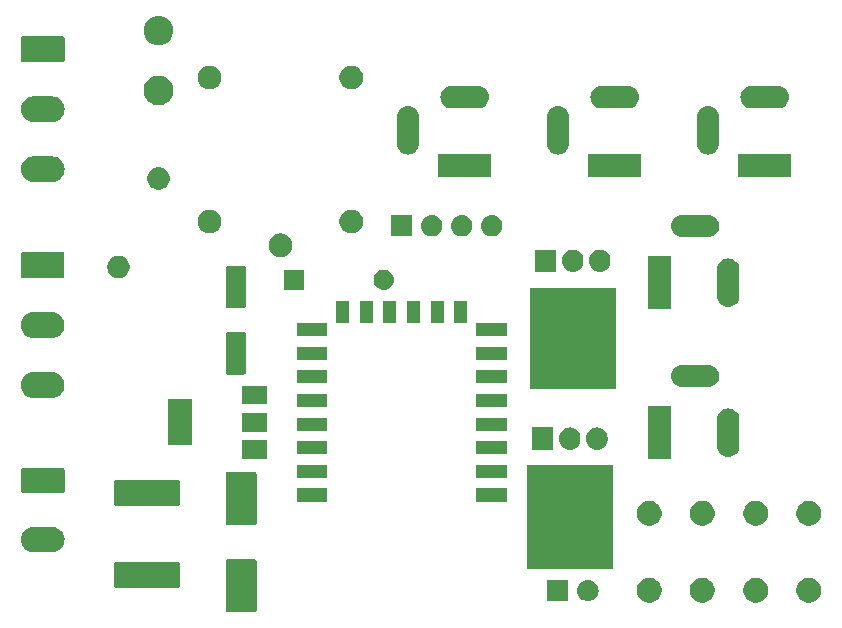
<source format=gbr>
G04 #@! TF.GenerationSoftware,KiCad,Pcbnew,(5.1.2)-2*
G04 #@! TF.CreationDate,2020-09-10T18:09:44+02:00*
G04 #@! TF.ProjectId,enclosure_helper,656e636c-6f73-4757-9265-5f68656c7065,rev?*
G04 #@! TF.SameCoordinates,Original*
G04 #@! TF.FileFunction,Soldermask,Top*
G04 #@! TF.FilePolarity,Negative*
%FSLAX46Y46*%
G04 Gerber Fmt 4.6, Leading zero omitted, Abs format (unit mm)*
G04 Created by KiCad (PCBNEW (5.1.2)-2) date 2020-09-10 18:09:44*
%MOMM*%
%LPD*%
G04 APERTURE LIST*
%ADD10C,0.100000*%
G04 APERTURE END LIST*
D10*
G36*
X167068500Y-117322600D02*
G01*
X159854900Y-117322600D01*
X159854900Y-108585000D01*
X167068500Y-108585000D01*
X167068500Y-117322600D01*
G37*
X167068500Y-117322600D02*
X159854900Y-117322600D01*
X159854900Y-108585000D01*
X167068500Y-108585000D01*
X167068500Y-117322600D01*
G36*
X167309800Y-102069900D02*
G01*
X160121600Y-102069900D01*
X160121600Y-93611700D01*
X167309800Y-93611700D01*
X167309800Y-102069900D01*
G37*
X167309800Y-102069900D02*
X160121600Y-102069900D01*
X160121600Y-93611700D01*
X167309800Y-93611700D01*
X167309800Y-102069900D01*
G36*
X136820634Y-116565471D02*
G01*
X136850577Y-116574554D01*
X136878165Y-116589300D01*
X136902351Y-116609149D01*
X136922200Y-116633335D01*
X136936946Y-116660923D01*
X136946029Y-116690866D01*
X136949700Y-116728140D01*
X136949700Y-120897460D01*
X136946029Y-120934734D01*
X136936946Y-120964677D01*
X136922200Y-120992265D01*
X136902351Y-121016451D01*
X136878165Y-121036300D01*
X136850577Y-121051046D01*
X136820634Y-121060129D01*
X136783360Y-121063800D01*
X134514040Y-121063800D01*
X134476766Y-121060129D01*
X134446823Y-121051046D01*
X134419235Y-121036300D01*
X134395049Y-121016451D01*
X134375200Y-120992265D01*
X134360454Y-120964677D01*
X134351371Y-120934734D01*
X134347700Y-120897460D01*
X134347700Y-116728140D01*
X134351371Y-116690866D01*
X134360454Y-116660923D01*
X134375200Y-116633335D01*
X134395049Y-116609149D01*
X134419235Y-116589300D01*
X134446823Y-116574554D01*
X134476766Y-116565471D01*
X134514040Y-116561800D01*
X136783360Y-116561800D01*
X136820634Y-116565471D01*
X136820634Y-116565471D01*
G37*
G36*
X184016264Y-118166189D02*
G01*
X184207533Y-118245415D01*
X184207535Y-118245416D01*
X184310028Y-118313900D01*
X184379673Y-118360435D01*
X184526065Y-118506827D01*
X184641085Y-118678967D01*
X184720311Y-118870236D01*
X184760700Y-119073284D01*
X184760700Y-119280316D01*
X184720311Y-119483364D01*
X184641085Y-119674633D01*
X184641084Y-119674635D01*
X184526065Y-119846773D01*
X184379673Y-119993165D01*
X184207535Y-120108184D01*
X184207534Y-120108185D01*
X184207533Y-120108185D01*
X184016264Y-120187411D01*
X183813216Y-120227800D01*
X183606184Y-120227800D01*
X183403136Y-120187411D01*
X183211867Y-120108185D01*
X183211866Y-120108185D01*
X183211865Y-120108184D01*
X183039727Y-119993165D01*
X182893335Y-119846773D01*
X182778316Y-119674635D01*
X182778315Y-119674633D01*
X182699089Y-119483364D01*
X182658700Y-119280316D01*
X182658700Y-119073284D01*
X182699089Y-118870236D01*
X182778315Y-118678967D01*
X182893335Y-118506827D01*
X183039727Y-118360435D01*
X183109372Y-118313900D01*
X183211865Y-118245416D01*
X183211867Y-118245415D01*
X183403136Y-118166189D01*
X183606184Y-118125800D01*
X183813216Y-118125800D01*
X184016264Y-118166189D01*
X184016264Y-118166189D01*
G37*
G36*
X170499264Y-118166189D02*
G01*
X170690533Y-118245415D01*
X170690535Y-118245416D01*
X170793028Y-118313900D01*
X170862673Y-118360435D01*
X171009065Y-118506827D01*
X171124085Y-118678967D01*
X171203311Y-118870236D01*
X171243700Y-119073284D01*
X171243700Y-119280316D01*
X171203311Y-119483364D01*
X171124085Y-119674633D01*
X171124084Y-119674635D01*
X171009065Y-119846773D01*
X170862673Y-119993165D01*
X170690535Y-120108184D01*
X170690534Y-120108185D01*
X170690533Y-120108185D01*
X170499264Y-120187411D01*
X170296216Y-120227800D01*
X170089184Y-120227800D01*
X169886136Y-120187411D01*
X169694867Y-120108185D01*
X169694866Y-120108185D01*
X169694865Y-120108184D01*
X169522727Y-119993165D01*
X169376335Y-119846773D01*
X169261316Y-119674635D01*
X169261315Y-119674633D01*
X169182089Y-119483364D01*
X169141700Y-119280316D01*
X169141700Y-119073284D01*
X169182089Y-118870236D01*
X169261315Y-118678967D01*
X169376335Y-118506827D01*
X169522727Y-118360435D01*
X169592372Y-118313900D01*
X169694865Y-118245416D01*
X169694867Y-118245415D01*
X169886136Y-118166189D01*
X170089184Y-118125800D01*
X170296216Y-118125800D01*
X170499264Y-118166189D01*
X170499264Y-118166189D01*
G37*
G36*
X179516264Y-118166189D02*
G01*
X179707533Y-118245415D01*
X179707535Y-118245416D01*
X179810028Y-118313900D01*
X179879673Y-118360435D01*
X180026065Y-118506827D01*
X180141085Y-118678967D01*
X180220311Y-118870236D01*
X180260700Y-119073284D01*
X180260700Y-119280316D01*
X180220311Y-119483364D01*
X180141085Y-119674633D01*
X180141084Y-119674635D01*
X180026065Y-119846773D01*
X179879673Y-119993165D01*
X179707535Y-120108184D01*
X179707534Y-120108185D01*
X179707533Y-120108185D01*
X179516264Y-120187411D01*
X179313216Y-120227800D01*
X179106184Y-120227800D01*
X178903136Y-120187411D01*
X178711867Y-120108185D01*
X178711866Y-120108185D01*
X178711865Y-120108184D01*
X178539727Y-119993165D01*
X178393335Y-119846773D01*
X178278316Y-119674635D01*
X178278315Y-119674633D01*
X178199089Y-119483364D01*
X178158700Y-119280316D01*
X178158700Y-119073284D01*
X178199089Y-118870236D01*
X178278315Y-118678967D01*
X178393335Y-118506827D01*
X178539727Y-118360435D01*
X178609372Y-118313900D01*
X178711865Y-118245416D01*
X178711867Y-118245415D01*
X178903136Y-118166189D01*
X179106184Y-118125800D01*
X179313216Y-118125800D01*
X179516264Y-118166189D01*
X179516264Y-118166189D01*
G37*
G36*
X174999264Y-118166189D02*
G01*
X175190533Y-118245415D01*
X175190535Y-118245416D01*
X175293028Y-118313900D01*
X175362673Y-118360435D01*
X175509065Y-118506827D01*
X175624085Y-118678967D01*
X175703311Y-118870236D01*
X175743700Y-119073284D01*
X175743700Y-119280316D01*
X175703311Y-119483364D01*
X175624085Y-119674633D01*
X175624084Y-119674635D01*
X175509065Y-119846773D01*
X175362673Y-119993165D01*
X175190535Y-120108184D01*
X175190534Y-120108185D01*
X175190533Y-120108185D01*
X174999264Y-120187411D01*
X174796216Y-120227800D01*
X174589184Y-120227800D01*
X174386136Y-120187411D01*
X174194867Y-120108185D01*
X174194866Y-120108185D01*
X174194865Y-120108184D01*
X174022727Y-119993165D01*
X173876335Y-119846773D01*
X173761316Y-119674635D01*
X173761315Y-119674633D01*
X173682089Y-119483364D01*
X173641700Y-119280316D01*
X173641700Y-119073284D01*
X173682089Y-118870236D01*
X173761315Y-118678967D01*
X173876335Y-118506827D01*
X174022727Y-118360435D01*
X174092372Y-118313900D01*
X174194865Y-118245416D01*
X174194867Y-118245415D01*
X174386136Y-118166189D01*
X174589184Y-118125800D01*
X174796216Y-118125800D01*
X174999264Y-118166189D01*
X174999264Y-118166189D01*
G37*
G36*
X163359400Y-120115900D02*
G01*
X161557400Y-120115900D01*
X161557400Y-118313900D01*
X163359400Y-118313900D01*
X163359400Y-120115900D01*
X163359400Y-120115900D01*
G37*
G36*
X165108843Y-118320419D02*
G01*
X165175027Y-118326937D01*
X165344866Y-118378457D01*
X165501391Y-118462122D01*
X165537129Y-118491452D01*
X165638586Y-118574714D01*
X165721848Y-118676171D01*
X165751178Y-118711909D01*
X165834843Y-118868434D01*
X165886363Y-119038273D01*
X165903759Y-119214900D01*
X165886363Y-119391527D01*
X165834843Y-119561366D01*
X165751178Y-119717891D01*
X165721848Y-119753629D01*
X165638586Y-119855086D01*
X165537129Y-119938348D01*
X165501391Y-119967678D01*
X165344866Y-120051343D01*
X165175027Y-120102863D01*
X165121001Y-120108184D01*
X165042660Y-120115900D01*
X164954140Y-120115900D01*
X164875799Y-120108184D01*
X164821773Y-120102863D01*
X164651934Y-120051343D01*
X164495409Y-119967678D01*
X164459671Y-119938348D01*
X164358214Y-119855086D01*
X164274952Y-119753629D01*
X164245622Y-119717891D01*
X164161957Y-119561366D01*
X164110437Y-119391527D01*
X164093041Y-119214900D01*
X164110437Y-119038273D01*
X164161957Y-118868434D01*
X164245622Y-118711909D01*
X164274952Y-118676171D01*
X164358214Y-118574714D01*
X164459671Y-118491452D01*
X164495409Y-118462122D01*
X164651934Y-118378457D01*
X164821773Y-118326937D01*
X164887957Y-118320419D01*
X164954140Y-118313900D01*
X165042660Y-118313900D01*
X165108843Y-118320419D01*
X165108843Y-118320419D01*
G37*
G36*
X130314636Y-116787300D02*
G01*
X130345838Y-116796765D01*
X130374586Y-116812131D01*
X130399787Y-116832813D01*
X130420469Y-116858014D01*
X130435835Y-116886762D01*
X130445300Y-116917964D01*
X130449100Y-116956546D01*
X130449100Y-118812454D01*
X130445300Y-118851036D01*
X130435835Y-118882238D01*
X130420469Y-118910986D01*
X130399787Y-118936187D01*
X130374586Y-118956869D01*
X130345838Y-118972235D01*
X130314636Y-118981700D01*
X130276054Y-118985500D01*
X125070146Y-118985500D01*
X125031564Y-118981700D01*
X125000362Y-118972235D01*
X124971614Y-118956869D01*
X124946413Y-118936187D01*
X124925731Y-118910986D01*
X124910365Y-118882238D01*
X124900900Y-118851036D01*
X124897100Y-118812454D01*
X124897100Y-116956546D01*
X124900900Y-116917964D01*
X124910365Y-116886762D01*
X124925731Y-116858014D01*
X124946413Y-116832813D01*
X124971614Y-116812131D01*
X125000362Y-116796765D01*
X125031564Y-116787300D01*
X125070146Y-116783500D01*
X130276054Y-116783500D01*
X130314636Y-116787300D01*
X130314636Y-116787300D01*
G37*
G36*
X119749697Y-113834469D02*
G01*
X119852632Y-113844607D01*
X120050746Y-113904705D01*
X120050749Y-113904706D01*
X120147575Y-113956461D01*
X120233329Y-114002297D01*
X120393365Y-114133635D01*
X120524703Y-114293671D01*
X120570539Y-114379425D01*
X120622294Y-114476251D01*
X120622295Y-114476254D01*
X120682393Y-114674368D01*
X120702685Y-114880400D01*
X120682393Y-115086432D01*
X120622295Y-115284546D01*
X120622294Y-115284549D01*
X120570539Y-115381375D01*
X120524703Y-115467129D01*
X120393365Y-115627165D01*
X120233329Y-115758503D01*
X120147575Y-115804339D01*
X120050749Y-115856094D01*
X120050746Y-115856095D01*
X119852632Y-115916193D01*
X119749697Y-115926331D01*
X119698231Y-115931400D01*
X117994969Y-115931400D01*
X117943503Y-115926331D01*
X117840568Y-115916193D01*
X117642454Y-115856095D01*
X117642451Y-115856094D01*
X117545625Y-115804339D01*
X117459871Y-115758503D01*
X117299835Y-115627165D01*
X117168497Y-115467129D01*
X117122661Y-115381375D01*
X117070906Y-115284549D01*
X117070905Y-115284546D01*
X117010807Y-115086432D01*
X116990515Y-114880400D01*
X117010807Y-114674368D01*
X117070905Y-114476254D01*
X117070906Y-114476251D01*
X117122661Y-114379425D01*
X117168497Y-114293671D01*
X117299835Y-114133635D01*
X117459871Y-114002297D01*
X117545625Y-113956461D01*
X117642451Y-113904706D01*
X117642454Y-113904705D01*
X117840568Y-113844607D01*
X117943503Y-113834469D01*
X117994969Y-113829400D01*
X119698231Y-113829400D01*
X119749697Y-113834469D01*
X119749697Y-113834469D01*
G37*
G36*
X184016264Y-111666189D02*
G01*
X184207533Y-111745415D01*
X184207535Y-111745416D01*
X184325891Y-111824499D01*
X184379673Y-111860435D01*
X184526065Y-112006827D01*
X184641085Y-112178967D01*
X184720311Y-112370236D01*
X184760700Y-112573284D01*
X184760700Y-112780316D01*
X184720311Y-112983364D01*
X184641085Y-113174633D01*
X184641084Y-113174635D01*
X184526065Y-113346773D01*
X184379673Y-113493165D01*
X184207535Y-113608184D01*
X184207534Y-113608185D01*
X184207533Y-113608185D01*
X184016264Y-113687411D01*
X183813216Y-113727800D01*
X183606184Y-113727800D01*
X183403136Y-113687411D01*
X183211867Y-113608185D01*
X183211866Y-113608185D01*
X183211865Y-113608184D01*
X183039727Y-113493165D01*
X182893335Y-113346773D01*
X182778316Y-113174635D01*
X182778315Y-113174633D01*
X182699089Y-112983364D01*
X182658700Y-112780316D01*
X182658700Y-112573284D01*
X182699089Y-112370236D01*
X182778315Y-112178967D01*
X182893335Y-112006827D01*
X183039727Y-111860435D01*
X183093509Y-111824499D01*
X183211865Y-111745416D01*
X183211867Y-111745415D01*
X183403136Y-111666189D01*
X183606184Y-111625800D01*
X183813216Y-111625800D01*
X184016264Y-111666189D01*
X184016264Y-111666189D01*
G37*
G36*
X179516264Y-111666189D02*
G01*
X179707533Y-111745415D01*
X179707535Y-111745416D01*
X179825891Y-111824499D01*
X179879673Y-111860435D01*
X180026065Y-112006827D01*
X180141085Y-112178967D01*
X180220311Y-112370236D01*
X180260700Y-112573284D01*
X180260700Y-112780316D01*
X180220311Y-112983364D01*
X180141085Y-113174633D01*
X180141084Y-113174635D01*
X180026065Y-113346773D01*
X179879673Y-113493165D01*
X179707535Y-113608184D01*
X179707534Y-113608185D01*
X179707533Y-113608185D01*
X179516264Y-113687411D01*
X179313216Y-113727800D01*
X179106184Y-113727800D01*
X178903136Y-113687411D01*
X178711867Y-113608185D01*
X178711866Y-113608185D01*
X178711865Y-113608184D01*
X178539727Y-113493165D01*
X178393335Y-113346773D01*
X178278316Y-113174635D01*
X178278315Y-113174633D01*
X178199089Y-112983364D01*
X178158700Y-112780316D01*
X178158700Y-112573284D01*
X178199089Y-112370236D01*
X178278315Y-112178967D01*
X178393335Y-112006827D01*
X178539727Y-111860435D01*
X178593509Y-111824499D01*
X178711865Y-111745416D01*
X178711867Y-111745415D01*
X178903136Y-111666189D01*
X179106184Y-111625800D01*
X179313216Y-111625800D01*
X179516264Y-111666189D01*
X179516264Y-111666189D01*
G37*
G36*
X174999264Y-111666189D02*
G01*
X175190533Y-111745415D01*
X175190535Y-111745416D01*
X175308891Y-111824499D01*
X175362673Y-111860435D01*
X175509065Y-112006827D01*
X175624085Y-112178967D01*
X175703311Y-112370236D01*
X175743700Y-112573284D01*
X175743700Y-112780316D01*
X175703311Y-112983364D01*
X175624085Y-113174633D01*
X175624084Y-113174635D01*
X175509065Y-113346773D01*
X175362673Y-113493165D01*
X175190535Y-113608184D01*
X175190534Y-113608185D01*
X175190533Y-113608185D01*
X174999264Y-113687411D01*
X174796216Y-113727800D01*
X174589184Y-113727800D01*
X174386136Y-113687411D01*
X174194867Y-113608185D01*
X174194866Y-113608185D01*
X174194865Y-113608184D01*
X174022727Y-113493165D01*
X173876335Y-113346773D01*
X173761316Y-113174635D01*
X173761315Y-113174633D01*
X173682089Y-112983364D01*
X173641700Y-112780316D01*
X173641700Y-112573284D01*
X173682089Y-112370236D01*
X173761315Y-112178967D01*
X173876335Y-112006827D01*
X174022727Y-111860435D01*
X174076509Y-111824499D01*
X174194865Y-111745416D01*
X174194867Y-111745415D01*
X174386136Y-111666189D01*
X174589184Y-111625800D01*
X174796216Y-111625800D01*
X174999264Y-111666189D01*
X174999264Y-111666189D01*
G37*
G36*
X170499264Y-111666189D02*
G01*
X170690533Y-111745415D01*
X170690535Y-111745416D01*
X170808891Y-111824499D01*
X170862673Y-111860435D01*
X171009065Y-112006827D01*
X171124085Y-112178967D01*
X171203311Y-112370236D01*
X171243700Y-112573284D01*
X171243700Y-112780316D01*
X171203311Y-112983364D01*
X171124085Y-113174633D01*
X171124084Y-113174635D01*
X171009065Y-113346773D01*
X170862673Y-113493165D01*
X170690535Y-113608184D01*
X170690534Y-113608185D01*
X170690533Y-113608185D01*
X170499264Y-113687411D01*
X170296216Y-113727800D01*
X170089184Y-113727800D01*
X169886136Y-113687411D01*
X169694867Y-113608185D01*
X169694866Y-113608185D01*
X169694865Y-113608184D01*
X169522727Y-113493165D01*
X169376335Y-113346773D01*
X169261316Y-113174635D01*
X169261315Y-113174633D01*
X169182089Y-112983364D01*
X169141700Y-112780316D01*
X169141700Y-112573284D01*
X169182089Y-112370236D01*
X169261315Y-112178967D01*
X169376335Y-112006827D01*
X169522727Y-111860435D01*
X169576509Y-111824499D01*
X169694865Y-111745416D01*
X169694867Y-111745415D01*
X169886136Y-111666189D01*
X170089184Y-111625800D01*
X170296216Y-111625800D01*
X170499264Y-111666189D01*
X170499264Y-111666189D01*
G37*
G36*
X136820634Y-109165471D02*
G01*
X136850577Y-109174554D01*
X136878165Y-109189300D01*
X136902351Y-109209149D01*
X136922200Y-109233335D01*
X136936946Y-109260923D01*
X136946029Y-109290866D01*
X136949700Y-109328140D01*
X136949700Y-113497460D01*
X136946029Y-113534734D01*
X136936946Y-113564677D01*
X136922200Y-113592265D01*
X136902351Y-113616451D01*
X136878165Y-113636300D01*
X136850577Y-113651046D01*
X136820634Y-113660129D01*
X136783360Y-113663800D01*
X134514040Y-113663800D01*
X134476766Y-113660129D01*
X134446823Y-113651046D01*
X134419235Y-113636300D01*
X134395049Y-113616451D01*
X134375200Y-113592265D01*
X134360454Y-113564677D01*
X134351371Y-113534734D01*
X134347700Y-113497460D01*
X134347700Y-109328140D01*
X134351371Y-109290866D01*
X134360454Y-109260923D01*
X134375200Y-109233335D01*
X134395049Y-109209149D01*
X134419235Y-109189300D01*
X134446823Y-109174554D01*
X134476766Y-109165471D01*
X134514040Y-109161800D01*
X136783360Y-109161800D01*
X136820634Y-109165471D01*
X136820634Y-109165471D01*
G37*
G36*
X130314636Y-109837300D02*
G01*
X130345838Y-109846765D01*
X130374586Y-109862131D01*
X130399787Y-109882813D01*
X130420469Y-109908014D01*
X130435835Y-109936762D01*
X130445300Y-109967964D01*
X130449100Y-110006546D01*
X130449100Y-111862454D01*
X130445300Y-111901036D01*
X130435835Y-111932238D01*
X130420469Y-111960986D01*
X130399787Y-111986187D01*
X130374586Y-112006869D01*
X130345838Y-112022235D01*
X130314636Y-112031700D01*
X130276054Y-112035500D01*
X125070146Y-112035500D01*
X125031564Y-112031700D01*
X125000362Y-112022235D01*
X124971614Y-112006869D01*
X124946413Y-111986187D01*
X124925731Y-111960986D01*
X124910365Y-111932238D01*
X124900900Y-111901036D01*
X124897100Y-111862454D01*
X124897100Y-110006546D01*
X124900900Y-109967964D01*
X124910365Y-109936762D01*
X124925731Y-109908014D01*
X124946413Y-109882813D01*
X124971614Y-109862131D01*
X125000362Y-109846765D01*
X125031564Y-109837300D01*
X125070146Y-109833500D01*
X130276054Y-109833500D01*
X130314636Y-109837300D01*
X130314636Y-109837300D01*
G37*
G36*
X158138700Y-111670800D02*
G01*
X155536700Y-111670800D01*
X155536700Y-110568800D01*
X158138700Y-110568800D01*
X158138700Y-111670800D01*
X158138700Y-111670800D01*
G37*
G36*
X142938700Y-111670800D02*
G01*
X140336700Y-111670800D01*
X140336700Y-110568800D01*
X142938700Y-110568800D01*
X142938700Y-111670800D01*
X142938700Y-111670800D01*
G37*
G36*
X120561452Y-108833240D02*
G01*
X120593043Y-108842823D01*
X120622157Y-108858385D01*
X120647674Y-108879326D01*
X120668615Y-108904843D01*
X120684177Y-108933957D01*
X120693760Y-108965548D01*
X120697600Y-109004540D01*
X120697600Y-110756260D01*
X120693760Y-110795252D01*
X120684177Y-110826843D01*
X120668615Y-110855957D01*
X120647674Y-110881474D01*
X120622157Y-110902415D01*
X120593043Y-110917977D01*
X120561452Y-110927560D01*
X120522460Y-110931400D01*
X117170740Y-110931400D01*
X117131748Y-110927560D01*
X117100157Y-110917977D01*
X117071043Y-110902415D01*
X117045526Y-110881474D01*
X117024585Y-110855957D01*
X117009023Y-110826843D01*
X116999440Y-110795252D01*
X116995600Y-110756260D01*
X116995600Y-109004540D01*
X116999440Y-108965548D01*
X117009023Y-108933957D01*
X117024585Y-108904843D01*
X117045526Y-108879326D01*
X117071043Y-108858385D01*
X117100157Y-108842823D01*
X117131748Y-108833240D01*
X117170740Y-108829400D01*
X120522460Y-108829400D01*
X120561452Y-108833240D01*
X120561452Y-108833240D01*
G37*
G36*
X158138700Y-109670800D02*
G01*
X155536700Y-109670800D01*
X155536700Y-108568800D01*
X158138700Y-108568800D01*
X158138700Y-109670800D01*
X158138700Y-109670800D01*
G37*
G36*
X142938700Y-109670800D02*
G01*
X140336700Y-109670800D01*
X140336700Y-108568800D01*
X142938700Y-108568800D01*
X142938700Y-109670800D01*
X142938700Y-109670800D01*
G37*
G36*
X172032700Y-108092800D02*
G01*
X170130700Y-108092800D01*
X170130700Y-103590800D01*
X172032700Y-103590800D01*
X172032700Y-108092800D01*
X172032700Y-108092800D01*
G37*
G36*
X137817700Y-108053800D02*
G01*
X135715700Y-108053800D01*
X135715700Y-106451800D01*
X137817700Y-106451800D01*
X137817700Y-108053800D01*
X137817700Y-108053800D01*
G37*
G36*
X177068124Y-103804560D02*
G01*
X177068127Y-103804561D01*
X177068128Y-103804561D01*
X177247392Y-103858940D01*
X177247395Y-103858942D01*
X177247396Y-103858942D01*
X177412603Y-103947246D01*
X177557412Y-104066088D01*
X177676254Y-104210897D01*
X177764558Y-104376103D01*
X177764560Y-104376107D01*
X177764560Y-104376108D01*
X177818940Y-104555375D01*
X177832700Y-104695082D01*
X177832700Y-106988518D01*
X177818940Y-107128225D01*
X177818939Y-107128228D01*
X177818939Y-107128229D01*
X177764560Y-107307493D01*
X177764558Y-107307496D01*
X177764558Y-107307497D01*
X177676254Y-107472703D01*
X177557412Y-107617512D01*
X177412603Y-107736354D01*
X177247397Y-107824658D01*
X177247393Y-107824660D01*
X177068129Y-107879039D01*
X177068128Y-107879039D01*
X177068125Y-107879040D01*
X176881700Y-107897401D01*
X176695276Y-107879040D01*
X176695273Y-107879039D01*
X176695272Y-107879039D01*
X176516008Y-107824660D01*
X176516004Y-107824658D01*
X176350798Y-107736354D01*
X176205989Y-107617512D01*
X176087147Y-107472703D01*
X175998843Y-107307497D01*
X175998843Y-107307496D01*
X175998841Y-107307493D01*
X175944462Y-107128229D01*
X175944462Y-107128228D01*
X175944461Y-107128225D01*
X175930701Y-106988518D01*
X175930700Y-104695083D01*
X175944460Y-104555376D01*
X175944461Y-104555372D01*
X175998840Y-104376108D01*
X175998843Y-104376103D01*
X176087146Y-104210897D01*
X176205988Y-104066088D01*
X176350797Y-103947246D01*
X176516003Y-103858942D01*
X176516004Y-103858942D01*
X176516007Y-103858940D01*
X176695271Y-103804561D01*
X176695272Y-103804561D01*
X176695275Y-103804560D01*
X176881700Y-103786199D01*
X177068124Y-103804560D01*
X177068124Y-103804560D01*
G37*
G36*
X158138700Y-107670800D02*
G01*
X155536700Y-107670800D01*
X155536700Y-106568800D01*
X158138700Y-106568800D01*
X158138700Y-107670800D01*
X158138700Y-107670800D01*
G37*
G36*
X142938700Y-107670800D02*
G01*
X140336700Y-107670800D01*
X140336700Y-106568800D01*
X142938700Y-106568800D01*
X142938700Y-107670800D01*
X142938700Y-107670800D01*
G37*
G36*
X163644041Y-105411964D02*
G01*
X163815529Y-105463985D01*
X163894551Y-105506223D01*
X163973575Y-105548461D01*
X164112102Y-105662148D01*
X164225792Y-105800679D01*
X164310264Y-105958716D01*
X164310266Y-105958722D01*
X164362286Y-106130208D01*
X164375450Y-106263866D01*
X164375450Y-106435733D01*
X164362286Y-106569391D01*
X164310265Y-106740879D01*
X164225789Y-106898925D01*
X164112102Y-107037452D01*
X164001491Y-107128229D01*
X163973571Y-107151142D01*
X163815534Y-107235614D01*
X163770909Y-107249151D01*
X163644042Y-107287636D01*
X163465700Y-107305201D01*
X163287359Y-107287636D01*
X163115871Y-107235615D01*
X162957825Y-107151139D01*
X162819298Y-107037452D01*
X162705608Y-106898921D01*
X162621136Y-106740884D01*
X162607599Y-106696259D01*
X162569114Y-106569392D01*
X162555950Y-106435734D01*
X162555950Y-106263867D01*
X162569114Y-106130209D01*
X162621135Y-105958721D01*
X162705609Y-105800679D01*
X162705611Y-105800675D01*
X162819298Y-105662148D01*
X162957829Y-105548458D01*
X163115866Y-105463986D01*
X163160491Y-105450449D01*
X163287358Y-105411964D01*
X163465700Y-105394399D01*
X163644041Y-105411964D01*
X163644041Y-105411964D01*
G37*
G36*
X165934041Y-105411964D02*
G01*
X166105529Y-105463985D01*
X166184551Y-105506223D01*
X166263575Y-105548461D01*
X166402102Y-105662148D01*
X166515792Y-105800679D01*
X166600264Y-105958716D01*
X166600266Y-105958722D01*
X166652286Y-106130208D01*
X166665450Y-106263866D01*
X166665450Y-106435733D01*
X166652286Y-106569391D01*
X166600265Y-106740879D01*
X166515789Y-106898925D01*
X166402102Y-107037452D01*
X166291491Y-107128229D01*
X166263571Y-107151142D01*
X166105534Y-107235614D01*
X166060909Y-107249151D01*
X165934042Y-107287636D01*
X165755700Y-107305201D01*
X165577359Y-107287636D01*
X165405871Y-107235615D01*
X165247825Y-107151139D01*
X165109298Y-107037452D01*
X164995608Y-106898921D01*
X164911136Y-106740884D01*
X164897599Y-106696259D01*
X164859114Y-106569392D01*
X164845950Y-106435734D01*
X164845950Y-106263867D01*
X164859114Y-106130209D01*
X164911135Y-105958721D01*
X164995609Y-105800679D01*
X164995611Y-105800675D01*
X165109298Y-105662148D01*
X165247829Y-105548458D01*
X165405866Y-105463986D01*
X165450491Y-105450449D01*
X165577358Y-105411964D01*
X165755700Y-105394399D01*
X165934041Y-105411964D01*
X165934041Y-105411964D01*
G37*
G36*
X162085450Y-107300800D02*
G01*
X160265950Y-107300800D01*
X160265950Y-105398800D01*
X162085450Y-105398800D01*
X162085450Y-107300800D01*
X162085450Y-107300800D01*
G37*
G36*
X131517700Y-106903800D02*
G01*
X129415700Y-106903800D01*
X129415700Y-103001800D01*
X131517700Y-103001800D01*
X131517700Y-106903800D01*
X131517700Y-106903800D01*
G37*
G36*
X137817700Y-105753800D02*
G01*
X135715700Y-105753800D01*
X135715700Y-104151800D01*
X137817700Y-104151800D01*
X137817700Y-105753800D01*
X137817700Y-105753800D01*
G37*
G36*
X158138700Y-105670800D02*
G01*
X155536700Y-105670800D01*
X155536700Y-104568800D01*
X158138700Y-104568800D01*
X158138700Y-105670800D01*
X158138700Y-105670800D01*
G37*
G36*
X142938700Y-105670800D02*
G01*
X140336700Y-105670800D01*
X140336700Y-104568800D01*
X142938700Y-104568800D01*
X142938700Y-105670800D01*
X142938700Y-105670800D01*
G37*
G36*
X158138700Y-103670800D02*
G01*
X155536700Y-103670800D01*
X155536700Y-102568800D01*
X158138700Y-102568800D01*
X158138700Y-103670800D01*
X158138700Y-103670800D01*
G37*
G36*
X142938700Y-103670800D02*
G01*
X140336700Y-103670800D01*
X140336700Y-102568800D01*
X142938700Y-102568800D01*
X142938700Y-103670800D01*
X142938700Y-103670800D01*
G37*
G36*
X137817700Y-103453800D02*
G01*
X135715700Y-103453800D01*
X135715700Y-101851800D01*
X137817700Y-101851800D01*
X137817700Y-103453800D01*
X137817700Y-103453800D01*
G37*
G36*
X119807771Y-100727986D02*
G01*
X120013430Y-100790372D01*
X120202955Y-100891675D01*
X120202958Y-100891677D01*
X120202959Y-100891678D01*
X120369086Y-101028014D01*
X120505422Y-101194141D01*
X120505425Y-101194145D01*
X120606728Y-101383670D01*
X120669114Y-101589329D01*
X120690178Y-101803200D01*
X120669114Y-102017071D01*
X120606728Y-102222730D01*
X120505425Y-102412255D01*
X120505423Y-102412258D01*
X120505422Y-102412259D01*
X120369086Y-102578386D01*
X120202959Y-102714722D01*
X120202955Y-102714725D01*
X120013430Y-102816028D01*
X119807771Y-102878414D01*
X119647491Y-102894200D01*
X118020309Y-102894200D01*
X117860029Y-102878414D01*
X117654370Y-102816028D01*
X117464845Y-102714725D01*
X117464841Y-102714722D01*
X117298714Y-102578386D01*
X117162378Y-102412259D01*
X117162377Y-102412258D01*
X117162375Y-102412255D01*
X117061072Y-102222730D01*
X116998686Y-102017071D01*
X116977622Y-101803200D01*
X116998686Y-101589329D01*
X117061072Y-101383670D01*
X117162375Y-101194145D01*
X117162378Y-101194141D01*
X117298714Y-101028014D01*
X117464841Y-100891678D01*
X117464842Y-100891677D01*
X117464845Y-100891675D01*
X117654370Y-100790372D01*
X117860029Y-100727986D01*
X118020309Y-100712200D01*
X119647491Y-100712200D01*
X119807771Y-100727986D01*
X119807771Y-100727986D01*
G37*
G36*
X175368125Y-100104560D02*
G01*
X175368128Y-100104561D01*
X175368129Y-100104561D01*
X175547393Y-100158940D01*
X175547396Y-100158942D01*
X175547397Y-100158942D01*
X175712603Y-100247246D01*
X175857412Y-100366088D01*
X175976254Y-100510897D01*
X176054317Y-100656943D01*
X176064560Y-100676107D01*
X176118939Y-100855371D01*
X176118940Y-100855375D01*
X176137301Y-101041800D01*
X176118940Y-101228225D01*
X176118939Y-101228228D01*
X176118939Y-101228229D01*
X176064560Y-101407493D01*
X176064558Y-101407496D01*
X176064558Y-101407497D01*
X175976254Y-101572703D01*
X175857412Y-101717512D01*
X175712603Y-101836354D01*
X175547397Y-101924658D01*
X175547393Y-101924660D01*
X175368129Y-101979039D01*
X175368128Y-101979039D01*
X175368125Y-101979040D01*
X175228418Y-101992800D01*
X172934982Y-101992800D01*
X172795275Y-101979040D01*
X172795272Y-101979039D01*
X172795271Y-101979039D01*
X172616007Y-101924660D01*
X172616003Y-101924658D01*
X172450797Y-101836354D01*
X172305988Y-101717512D01*
X172187146Y-101572703D01*
X172098842Y-101407497D01*
X172098842Y-101407496D01*
X172098840Y-101407493D01*
X172044461Y-101228229D01*
X172044461Y-101228228D01*
X172044460Y-101228225D01*
X172026099Y-101041800D01*
X172044460Y-100855375D01*
X172044461Y-100855371D01*
X172098840Y-100676107D01*
X172109083Y-100656943D01*
X172187146Y-100510897D01*
X172305988Y-100366088D01*
X172450797Y-100247246D01*
X172616003Y-100158942D01*
X172616004Y-100158942D01*
X172616007Y-100158940D01*
X172795271Y-100104561D01*
X172795272Y-100104561D01*
X172795275Y-100104560D01*
X172934982Y-100090800D01*
X175228418Y-100090800D01*
X175368125Y-100104560D01*
X175368125Y-100104560D01*
G37*
G36*
X158138700Y-101670800D02*
G01*
X155536700Y-101670800D01*
X155536700Y-100568800D01*
X158138700Y-100568800D01*
X158138700Y-101670800D01*
X158138700Y-101670800D01*
G37*
G36*
X142938700Y-101670800D02*
G01*
X140336700Y-101670800D01*
X140336700Y-100568800D01*
X142938700Y-100568800D01*
X142938700Y-101670800D01*
X142938700Y-101670800D01*
G37*
G36*
X135889877Y-97324931D02*
G01*
X135923532Y-97335141D01*
X135954545Y-97351718D01*
X135981731Y-97374029D01*
X136004042Y-97401215D01*
X136020619Y-97432228D01*
X136030829Y-97465883D01*
X136034880Y-97507018D01*
X136034880Y-100736742D01*
X136030829Y-100777877D01*
X136020619Y-100811532D01*
X136004042Y-100842545D01*
X135981731Y-100869731D01*
X135954545Y-100892042D01*
X135923532Y-100908619D01*
X135889877Y-100918829D01*
X135848742Y-100922880D01*
X134519018Y-100922880D01*
X134477883Y-100918829D01*
X134444228Y-100908619D01*
X134413215Y-100892042D01*
X134386029Y-100869731D01*
X134363718Y-100842545D01*
X134347141Y-100811532D01*
X134336931Y-100777877D01*
X134332880Y-100736742D01*
X134332880Y-97507018D01*
X134336931Y-97465883D01*
X134347141Y-97432228D01*
X134363718Y-97401215D01*
X134386029Y-97374029D01*
X134413215Y-97351718D01*
X134444228Y-97335141D01*
X134477883Y-97324931D01*
X134519018Y-97320880D01*
X135848742Y-97320880D01*
X135889877Y-97324931D01*
X135889877Y-97324931D01*
G37*
G36*
X158138700Y-99670800D02*
G01*
X155536700Y-99670800D01*
X155536700Y-98568800D01*
X158138700Y-98568800D01*
X158138700Y-99670800D01*
X158138700Y-99670800D01*
G37*
G36*
X142938700Y-99670800D02*
G01*
X140336700Y-99670800D01*
X140336700Y-98568800D01*
X142938700Y-98568800D01*
X142938700Y-99670800D01*
X142938700Y-99670800D01*
G37*
G36*
X119807771Y-95647986D02*
G01*
X120013430Y-95710372D01*
X120202955Y-95811675D01*
X120202958Y-95811677D01*
X120202959Y-95811678D01*
X120369086Y-95948014D01*
X120505422Y-96114141D01*
X120505425Y-96114145D01*
X120606728Y-96303670D01*
X120669114Y-96509329D01*
X120690178Y-96723200D01*
X120669114Y-96937071D01*
X120606728Y-97142730D01*
X120505425Y-97332255D01*
X120505423Y-97332258D01*
X120505422Y-97332259D01*
X120369086Y-97498386D01*
X120202959Y-97634722D01*
X120202955Y-97634725D01*
X120013430Y-97736028D01*
X119807771Y-97798414D01*
X119647491Y-97814200D01*
X118020309Y-97814200D01*
X117860029Y-97798414D01*
X117654370Y-97736028D01*
X117464845Y-97634725D01*
X117464841Y-97634722D01*
X117298714Y-97498386D01*
X117162378Y-97332259D01*
X117162377Y-97332258D01*
X117162375Y-97332255D01*
X117061072Y-97142730D01*
X116998686Y-96937071D01*
X116977622Y-96723200D01*
X116998686Y-96509329D01*
X117061072Y-96303670D01*
X117162375Y-96114145D01*
X117162378Y-96114141D01*
X117298714Y-95948014D01*
X117464841Y-95811678D01*
X117464842Y-95811677D01*
X117464845Y-95811675D01*
X117654370Y-95710372D01*
X117860029Y-95647986D01*
X118020309Y-95632200D01*
X119647491Y-95632200D01*
X119807771Y-95647986D01*
X119807771Y-95647986D01*
G37*
G36*
X142938700Y-97670800D02*
G01*
X140336700Y-97670800D01*
X140336700Y-96568800D01*
X142938700Y-96568800D01*
X142938700Y-97670800D01*
X142938700Y-97670800D01*
G37*
G36*
X158138700Y-97670800D02*
G01*
X155536700Y-97670800D01*
X155536700Y-96568800D01*
X158138700Y-96568800D01*
X158138700Y-97670800D01*
X158138700Y-97670800D01*
G37*
G36*
X146788700Y-96570800D02*
G01*
X145686700Y-96570800D01*
X145686700Y-94668800D01*
X146788700Y-94668800D01*
X146788700Y-96570800D01*
X146788700Y-96570800D01*
G37*
G36*
X144788700Y-96570800D02*
G01*
X143686700Y-96570800D01*
X143686700Y-94668800D01*
X144788700Y-94668800D01*
X144788700Y-96570800D01*
X144788700Y-96570800D01*
G37*
G36*
X148788700Y-96570800D02*
G01*
X147686700Y-96570800D01*
X147686700Y-94668800D01*
X148788700Y-94668800D01*
X148788700Y-96570800D01*
X148788700Y-96570800D01*
G37*
G36*
X152788700Y-96570800D02*
G01*
X151686700Y-96570800D01*
X151686700Y-94668800D01*
X152788700Y-94668800D01*
X152788700Y-96570800D01*
X152788700Y-96570800D01*
G37*
G36*
X154788700Y-96570800D02*
G01*
X153686700Y-96570800D01*
X153686700Y-94668800D01*
X154788700Y-94668800D01*
X154788700Y-96570800D01*
X154788700Y-96570800D01*
G37*
G36*
X150788700Y-96570800D02*
G01*
X149686700Y-96570800D01*
X149686700Y-94668800D01*
X150788700Y-94668800D01*
X150788700Y-96570800D01*
X150788700Y-96570800D01*
G37*
G36*
X172032700Y-95392800D02*
G01*
X170130700Y-95392800D01*
X170130700Y-90890800D01*
X172032700Y-90890800D01*
X172032700Y-95392800D01*
X172032700Y-95392800D01*
G37*
G36*
X135889877Y-91724931D02*
G01*
X135923532Y-91735141D01*
X135954545Y-91751718D01*
X135981731Y-91774029D01*
X136004042Y-91801215D01*
X136020619Y-91832228D01*
X136030829Y-91865883D01*
X136034880Y-91907018D01*
X136034880Y-95136742D01*
X136030829Y-95177877D01*
X136020619Y-95211532D01*
X136004042Y-95242545D01*
X135981731Y-95269731D01*
X135954545Y-95292042D01*
X135923532Y-95308619D01*
X135889877Y-95318829D01*
X135848742Y-95322880D01*
X134519018Y-95322880D01*
X134477883Y-95318829D01*
X134444228Y-95308619D01*
X134413215Y-95292042D01*
X134386029Y-95269731D01*
X134363718Y-95242545D01*
X134347141Y-95211532D01*
X134336931Y-95177877D01*
X134332880Y-95136742D01*
X134332880Y-91907018D01*
X134336931Y-91865883D01*
X134347141Y-91832228D01*
X134363718Y-91801215D01*
X134386029Y-91774029D01*
X134413215Y-91751718D01*
X134444228Y-91735141D01*
X134477883Y-91724931D01*
X134519018Y-91720880D01*
X135848742Y-91720880D01*
X135889877Y-91724931D01*
X135889877Y-91724931D01*
G37*
G36*
X177068124Y-91104560D02*
G01*
X177068127Y-91104561D01*
X177068128Y-91104561D01*
X177247392Y-91158940D01*
X177247395Y-91158942D01*
X177247396Y-91158942D01*
X177412603Y-91247246D01*
X177557412Y-91366088D01*
X177676254Y-91510897D01*
X177764558Y-91676103D01*
X177764560Y-91676107D01*
X177818939Y-91855371D01*
X177818940Y-91855375D01*
X177832700Y-91995082D01*
X177832700Y-94288518D01*
X177818940Y-94428225D01*
X177818939Y-94428228D01*
X177818939Y-94428229D01*
X177764560Y-94607493D01*
X177764558Y-94607496D01*
X177764558Y-94607497D01*
X177676254Y-94772703D01*
X177557412Y-94917512D01*
X177412603Y-95036354D01*
X177247397Y-95124658D01*
X177247393Y-95124660D01*
X177068129Y-95179039D01*
X177068128Y-95179039D01*
X177068125Y-95179040D01*
X176881700Y-95197401D01*
X176695276Y-95179040D01*
X176695273Y-95179039D01*
X176695272Y-95179039D01*
X176516008Y-95124660D01*
X176516004Y-95124658D01*
X176350798Y-95036354D01*
X176205989Y-94917512D01*
X176087147Y-94772703D01*
X175998843Y-94607497D01*
X175998843Y-94607496D01*
X175998841Y-94607493D01*
X175944462Y-94428229D01*
X175944462Y-94428228D01*
X175944461Y-94428225D01*
X175930701Y-94288518D01*
X175930700Y-91995083D01*
X175944460Y-91855376D01*
X175944461Y-91855372D01*
X175998840Y-91676108D01*
X175998843Y-91676103D01*
X176087146Y-91510897D01*
X176205988Y-91366088D01*
X176350797Y-91247246D01*
X176516003Y-91158942D01*
X176516004Y-91158942D01*
X176516007Y-91158940D01*
X176695271Y-91104561D01*
X176695272Y-91104561D01*
X176695275Y-91104560D01*
X176881700Y-91086199D01*
X177068124Y-91104560D01*
X177068124Y-91104560D01*
G37*
G36*
X147880523Y-92049113D02*
G01*
X148040942Y-92097776D01*
X148173606Y-92168686D01*
X148188778Y-92176796D01*
X148318359Y-92283141D01*
X148424704Y-92412722D01*
X148424705Y-92412724D01*
X148503724Y-92560558D01*
X148552387Y-92720977D01*
X148568817Y-92887800D01*
X148552387Y-93054623D01*
X148503724Y-93215042D01*
X148432814Y-93347706D01*
X148424704Y-93362878D01*
X148318359Y-93492459D01*
X148188778Y-93598804D01*
X148188776Y-93598805D01*
X148040942Y-93677824D01*
X147880523Y-93726487D01*
X147755504Y-93738800D01*
X147671896Y-93738800D01*
X147546877Y-93726487D01*
X147386458Y-93677824D01*
X147238624Y-93598805D01*
X147238622Y-93598804D01*
X147109041Y-93492459D01*
X147002696Y-93362878D01*
X146994586Y-93347706D01*
X146923676Y-93215042D01*
X146875013Y-93054623D01*
X146858583Y-92887800D01*
X146875013Y-92720977D01*
X146923676Y-92560558D01*
X147002695Y-92412724D01*
X147002696Y-92412722D01*
X147109041Y-92283141D01*
X147238622Y-92176796D01*
X147253794Y-92168686D01*
X147386458Y-92097776D01*
X147546877Y-92049113D01*
X147671896Y-92036800D01*
X147755504Y-92036800D01*
X147880523Y-92049113D01*
X147880523Y-92049113D01*
G37*
G36*
X140944700Y-93738800D02*
G01*
X139242700Y-93738800D01*
X139242700Y-92036800D01*
X140944700Y-92036800D01*
X140944700Y-93738800D01*
X140944700Y-93738800D01*
G37*
G36*
X125528395Y-90900846D02*
G01*
X125701466Y-90972534D01*
X125701467Y-90972535D01*
X125857227Y-91076610D01*
X125989690Y-91209073D01*
X125990666Y-91210534D01*
X126093766Y-91364834D01*
X126165454Y-91537905D01*
X126202000Y-91721633D01*
X126202000Y-91908967D01*
X126165454Y-92092695D01*
X126093766Y-92265766D01*
X126093765Y-92265767D01*
X125989690Y-92421527D01*
X125857227Y-92553990D01*
X125829818Y-92572304D01*
X125701466Y-92658066D01*
X125528395Y-92729754D01*
X125344667Y-92766300D01*
X125157333Y-92766300D01*
X124973605Y-92729754D01*
X124800534Y-92658066D01*
X124672182Y-92572304D01*
X124644773Y-92553990D01*
X124512310Y-92421527D01*
X124408235Y-92265767D01*
X124408234Y-92265766D01*
X124336546Y-92092695D01*
X124300000Y-91908967D01*
X124300000Y-91721633D01*
X124336546Y-91537905D01*
X124408234Y-91364834D01*
X124511334Y-91210534D01*
X124512310Y-91209073D01*
X124644773Y-91076610D01*
X124800533Y-90972535D01*
X124800534Y-90972534D01*
X124973605Y-90900846D01*
X125157333Y-90864300D01*
X125344667Y-90864300D01*
X125528395Y-90900846D01*
X125528395Y-90900846D01*
G37*
G36*
X120550117Y-90556008D02*
G01*
X120581389Y-90565494D01*
X120610208Y-90580898D01*
X120635470Y-90601630D01*
X120656202Y-90626892D01*
X120671606Y-90655711D01*
X120681092Y-90686983D01*
X120684900Y-90725648D01*
X120684900Y-92560752D01*
X120681092Y-92599417D01*
X120671606Y-92630689D01*
X120656202Y-92659508D01*
X120635470Y-92684770D01*
X120610208Y-92705502D01*
X120581389Y-92720906D01*
X120550117Y-92730392D01*
X120511452Y-92734200D01*
X117156348Y-92734200D01*
X117117683Y-92730392D01*
X117086411Y-92720906D01*
X117057592Y-92705502D01*
X117032330Y-92684770D01*
X117011598Y-92659508D01*
X116996194Y-92630689D01*
X116986708Y-92599417D01*
X116982900Y-92560752D01*
X116982900Y-90725648D01*
X116986708Y-90686983D01*
X116996194Y-90655711D01*
X117011598Y-90626892D01*
X117032330Y-90601630D01*
X117057592Y-90580898D01*
X117086411Y-90565494D01*
X117117683Y-90556008D01*
X117156348Y-90552200D01*
X120511452Y-90552200D01*
X120550117Y-90556008D01*
X120550117Y-90556008D01*
G37*
G36*
X163894041Y-90358631D02*
G01*
X164065529Y-90410652D01*
X164144551Y-90452890D01*
X164223575Y-90495128D01*
X164328085Y-90580898D01*
X164362102Y-90608815D01*
X164475777Y-90747327D01*
X164475792Y-90747346D01*
X164560264Y-90905383D01*
X164560266Y-90905389D01*
X164612286Y-91076875D01*
X164612286Y-91076877D01*
X164625307Y-91209075D01*
X164625450Y-91210533D01*
X164625450Y-91382400D01*
X164612286Y-91516058D01*
X164560265Y-91687546D01*
X164475789Y-91845592D01*
X164362102Y-91984119D01*
X164223612Y-92097776D01*
X164223571Y-92097809D01*
X164065534Y-92182281D01*
X164020909Y-92195818D01*
X163894042Y-92234303D01*
X163715700Y-92251868D01*
X163537359Y-92234303D01*
X163365871Y-92182282D01*
X163286849Y-92140044D01*
X163207825Y-92097806D01*
X163069298Y-91984119D01*
X162955611Y-91845592D01*
X162955610Y-91845591D01*
X162955608Y-91845588D01*
X162871136Y-91687551D01*
X162857599Y-91642926D01*
X162819114Y-91516059D01*
X162805950Y-91382401D01*
X162805950Y-91210534D01*
X162811032Y-91158940D01*
X162816387Y-91104561D01*
X162819114Y-91076876D01*
X162871135Y-90905388D01*
X162955609Y-90747346D01*
X162955611Y-90747342D01*
X163069298Y-90608815D01*
X163113958Y-90572163D01*
X163207825Y-90495128D01*
X163207826Y-90495127D01*
X163207829Y-90495125D01*
X163365866Y-90410653D01*
X163410491Y-90397116D01*
X163537358Y-90358631D01*
X163715700Y-90341066D01*
X163894041Y-90358631D01*
X163894041Y-90358631D01*
G37*
G36*
X166184041Y-90358631D02*
G01*
X166355529Y-90410652D01*
X166434551Y-90452890D01*
X166513575Y-90495128D01*
X166618085Y-90580898D01*
X166652102Y-90608815D01*
X166765777Y-90747327D01*
X166765792Y-90747346D01*
X166850264Y-90905383D01*
X166850266Y-90905389D01*
X166902286Y-91076875D01*
X166902286Y-91076877D01*
X166915307Y-91209075D01*
X166915450Y-91210533D01*
X166915450Y-91382400D01*
X166902286Y-91516058D01*
X166850265Y-91687546D01*
X166765789Y-91845592D01*
X166652102Y-91984119D01*
X166513612Y-92097776D01*
X166513571Y-92097809D01*
X166355534Y-92182281D01*
X166310909Y-92195818D01*
X166184042Y-92234303D01*
X166005700Y-92251868D01*
X165827359Y-92234303D01*
X165655871Y-92182282D01*
X165576849Y-92140044D01*
X165497825Y-92097806D01*
X165359298Y-91984119D01*
X165245611Y-91845592D01*
X165245610Y-91845591D01*
X165245608Y-91845588D01*
X165161136Y-91687551D01*
X165147599Y-91642926D01*
X165109114Y-91516059D01*
X165095950Y-91382401D01*
X165095950Y-91210534D01*
X165101032Y-91158940D01*
X165106387Y-91104561D01*
X165109114Y-91076876D01*
X165161135Y-90905388D01*
X165245609Y-90747346D01*
X165245611Y-90747342D01*
X165359298Y-90608815D01*
X165403958Y-90572163D01*
X165497825Y-90495128D01*
X165497826Y-90495127D01*
X165497829Y-90495125D01*
X165655866Y-90410653D01*
X165700491Y-90397116D01*
X165827358Y-90358631D01*
X166005700Y-90341066D01*
X166184041Y-90358631D01*
X166184041Y-90358631D01*
G37*
G36*
X162335450Y-92247467D02*
G01*
X160515950Y-92247467D01*
X160515950Y-90345467D01*
X162335450Y-90345467D01*
X162335450Y-92247467D01*
X162335450Y-92247467D01*
G37*
G36*
X139164985Y-88988034D02*
G01*
X139261681Y-89007268D01*
X139390495Y-89060625D01*
X139409698Y-89068579D01*
X139443851Y-89082726D01*
X139607800Y-89192273D01*
X139747227Y-89331700D01*
X139856774Y-89495649D01*
X139932232Y-89677819D01*
X139970700Y-89871210D01*
X139970700Y-90068390D01*
X139932232Y-90261781D01*
X139856774Y-90443951D01*
X139747227Y-90607900D01*
X139607800Y-90747327D01*
X139443851Y-90856874D01*
X139261681Y-90932332D01*
X139068291Y-90970800D01*
X138871109Y-90970800D01*
X138774415Y-90951566D01*
X138677719Y-90932332D01*
X138495549Y-90856874D01*
X138331600Y-90747327D01*
X138192173Y-90607900D01*
X138082626Y-90443951D01*
X138007168Y-90261781D01*
X137968700Y-90068390D01*
X137968700Y-89871210D01*
X138007168Y-89677819D01*
X138082626Y-89495649D01*
X138192173Y-89331700D01*
X138331600Y-89192273D01*
X138495549Y-89082726D01*
X138529703Y-89068579D01*
X138548905Y-89060625D01*
X138677719Y-89007268D01*
X138774415Y-88988034D01*
X138871109Y-88968800D01*
X139068291Y-88968800D01*
X139164985Y-88988034D01*
X139164985Y-88988034D01*
G37*
G36*
X175368125Y-87404560D02*
G01*
X175368128Y-87404561D01*
X175368129Y-87404561D01*
X175547393Y-87458940D01*
X175547396Y-87458942D01*
X175547397Y-87458942D01*
X175712603Y-87547246D01*
X175857412Y-87666088D01*
X175976254Y-87810897D01*
X176060939Y-87969332D01*
X176064560Y-87976107D01*
X176114025Y-88139173D01*
X176118940Y-88155375D01*
X176137301Y-88341800D01*
X176118940Y-88528225D01*
X176118939Y-88528228D01*
X176118939Y-88528229D01*
X176064560Y-88707493D01*
X176064558Y-88707496D01*
X176064558Y-88707497D01*
X175976254Y-88872703D01*
X175857412Y-89017512D01*
X175712603Y-89136354D01*
X175562098Y-89216800D01*
X175547393Y-89224660D01*
X175368129Y-89279039D01*
X175368128Y-89279039D01*
X175368125Y-89279040D01*
X175228418Y-89292800D01*
X172934982Y-89292800D01*
X172795275Y-89279040D01*
X172795272Y-89279039D01*
X172795271Y-89279039D01*
X172616007Y-89224660D01*
X172601302Y-89216800D01*
X172450797Y-89136354D01*
X172305988Y-89017512D01*
X172187146Y-88872703D01*
X172098842Y-88707497D01*
X172098842Y-88707496D01*
X172098840Y-88707493D01*
X172044461Y-88528229D01*
X172044461Y-88528228D01*
X172044460Y-88528225D01*
X172026099Y-88341800D01*
X172044460Y-88155375D01*
X172049375Y-88139173D01*
X172098840Y-87976107D01*
X172102461Y-87969332D01*
X172187146Y-87810897D01*
X172305988Y-87666088D01*
X172450797Y-87547246D01*
X172616003Y-87458942D01*
X172616004Y-87458942D01*
X172616007Y-87458940D01*
X172795271Y-87404561D01*
X172795272Y-87404561D01*
X172795275Y-87404560D01*
X172934982Y-87390800D01*
X175228418Y-87390800D01*
X175368125Y-87404560D01*
X175368125Y-87404560D01*
G37*
G36*
X150138700Y-89216800D02*
G01*
X148336700Y-89216800D01*
X148336700Y-87414800D01*
X150138700Y-87414800D01*
X150138700Y-89216800D01*
X150138700Y-89216800D01*
G37*
G36*
X151888142Y-87421318D02*
G01*
X151954327Y-87427837D01*
X152124166Y-87479357D01*
X152280691Y-87563022D01*
X152316429Y-87592352D01*
X152417886Y-87675614D01*
X152501148Y-87777071D01*
X152530478Y-87812809D01*
X152614143Y-87969334D01*
X152665663Y-88139173D01*
X152683059Y-88315800D01*
X152665663Y-88492427D01*
X152614143Y-88662266D01*
X152614142Y-88662268D01*
X152589966Y-88707497D01*
X152530478Y-88818791D01*
X152501148Y-88854529D01*
X152417886Y-88955986D01*
X152342915Y-89017512D01*
X152280691Y-89068578D01*
X152124166Y-89152243D01*
X151954327Y-89203763D01*
X151888142Y-89210282D01*
X151821960Y-89216800D01*
X151733440Y-89216800D01*
X151667258Y-89210282D01*
X151601073Y-89203763D01*
X151431234Y-89152243D01*
X151274709Y-89068578D01*
X151212485Y-89017512D01*
X151137514Y-88955986D01*
X151054252Y-88854529D01*
X151024922Y-88818791D01*
X150965434Y-88707497D01*
X150941258Y-88662268D01*
X150941257Y-88662266D01*
X150889737Y-88492427D01*
X150872341Y-88315800D01*
X150889737Y-88139173D01*
X150941257Y-87969334D01*
X151024922Y-87812809D01*
X151054252Y-87777071D01*
X151137514Y-87675614D01*
X151238971Y-87592352D01*
X151274709Y-87563022D01*
X151431234Y-87479357D01*
X151601073Y-87427837D01*
X151667258Y-87421318D01*
X151733440Y-87414800D01*
X151821960Y-87414800D01*
X151888142Y-87421318D01*
X151888142Y-87421318D01*
G37*
G36*
X154428142Y-87421318D02*
G01*
X154494327Y-87427837D01*
X154664166Y-87479357D01*
X154820691Y-87563022D01*
X154856429Y-87592352D01*
X154957886Y-87675614D01*
X155041148Y-87777071D01*
X155070478Y-87812809D01*
X155154143Y-87969334D01*
X155205663Y-88139173D01*
X155223059Y-88315800D01*
X155205663Y-88492427D01*
X155154143Y-88662266D01*
X155154142Y-88662268D01*
X155129966Y-88707497D01*
X155070478Y-88818791D01*
X155041148Y-88854529D01*
X154957886Y-88955986D01*
X154882915Y-89017512D01*
X154820691Y-89068578D01*
X154664166Y-89152243D01*
X154494327Y-89203763D01*
X154428142Y-89210282D01*
X154361960Y-89216800D01*
X154273440Y-89216800D01*
X154207258Y-89210282D01*
X154141073Y-89203763D01*
X153971234Y-89152243D01*
X153814709Y-89068578D01*
X153752485Y-89017512D01*
X153677514Y-88955986D01*
X153594252Y-88854529D01*
X153564922Y-88818791D01*
X153505434Y-88707497D01*
X153481258Y-88662268D01*
X153481257Y-88662266D01*
X153429737Y-88492427D01*
X153412341Y-88315800D01*
X153429737Y-88139173D01*
X153481257Y-87969334D01*
X153564922Y-87812809D01*
X153594252Y-87777071D01*
X153677514Y-87675614D01*
X153778971Y-87592352D01*
X153814709Y-87563022D01*
X153971234Y-87479357D01*
X154141073Y-87427837D01*
X154207258Y-87421318D01*
X154273440Y-87414800D01*
X154361960Y-87414800D01*
X154428142Y-87421318D01*
X154428142Y-87421318D01*
G37*
G36*
X156968142Y-87421318D02*
G01*
X157034327Y-87427837D01*
X157204166Y-87479357D01*
X157360691Y-87563022D01*
X157396429Y-87592352D01*
X157497886Y-87675614D01*
X157581148Y-87777071D01*
X157610478Y-87812809D01*
X157694143Y-87969334D01*
X157745663Y-88139173D01*
X157763059Y-88315800D01*
X157745663Y-88492427D01*
X157694143Y-88662266D01*
X157694142Y-88662268D01*
X157669966Y-88707497D01*
X157610478Y-88818791D01*
X157581148Y-88854529D01*
X157497886Y-88955986D01*
X157422915Y-89017512D01*
X157360691Y-89068578D01*
X157204166Y-89152243D01*
X157034327Y-89203763D01*
X156968142Y-89210282D01*
X156901960Y-89216800D01*
X156813440Y-89216800D01*
X156747258Y-89210282D01*
X156681073Y-89203763D01*
X156511234Y-89152243D01*
X156354709Y-89068578D01*
X156292485Y-89017512D01*
X156217514Y-88955986D01*
X156134252Y-88854529D01*
X156104922Y-88818791D01*
X156045434Y-88707497D01*
X156021258Y-88662268D01*
X156021257Y-88662266D01*
X155969737Y-88492427D01*
X155952341Y-88315800D01*
X155969737Y-88139173D01*
X156021257Y-87969334D01*
X156104922Y-87812809D01*
X156134252Y-87777071D01*
X156217514Y-87675614D01*
X156318971Y-87592352D01*
X156354709Y-87563022D01*
X156511234Y-87479357D01*
X156681073Y-87427837D01*
X156747258Y-87421318D01*
X156813440Y-87414800D01*
X156901960Y-87414800D01*
X156968142Y-87421318D01*
X156968142Y-87421318D01*
G37*
G36*
X133261681Y-87007268D02*
G01*
X133443851Y-87082726D01*
X133607800Y-87192273D01*
X133747227Y-87331700D01*
X133856774Y-87495649D01*
X133932232Y-87677819D01*
X133970700Y-87871210D01*
X133970700Y-88068390D01*
X133932232Y-88261781D01*
X133856774Y-88443951D01*
X133747227Y-88607900D01*
X133607800Y-88747327D01*
X133443851Y-88856874D01*
X133261681Y-88932332D01*
X133068291Y-88970800D01*
X132871109Y-88970800D01*
X132774415Y-88951566D01*
X132677719Y-88932332D01*
X132495549Y-88856874D01*
X132331600Y-88747327D01*
X132192173Y-88607900D01*
X132082626Y-88443951D01*
X132007168Y-88261781D01*
X131968700Y-88068390D01*
X131968700Y-87871210D01*
X132007168Y-87677819D01*
X132082626Y-87495649D01*
X132192173Y-87331700D01*
X132331600Y-87192273D01*
X132495549Y-87082726D01*
X132677719Y-87007268D01*
X132871109Y-86968800D01*
X133068291Y-86968800D01*
X133261681Y-87007268D01*
X133261681Y-87007268D01*
G37*
G36*
X145261681Y-87007268D02*
G01*
X145443851Y-87082726D01*
X145607800Y-87192273D01*
X145747227Y-87331700D01*
X145856774Y-87495649D01*
X145932232Y-87677819D01*
X145970700Y-87871210D01*
X145970700Y-88068390D01*
X145932232Y-88261781D01*
X145856774Y-88443951D01*
X145747227Y-88607900D01*
X145607800Y-88747327D01*
X145443851Y-88856874D01*
X145261681Y-88932332D01*
X145068291Y-88970800D01*
X144871109Y-88970800D01*
X144774415Y-88951566D01*
X144677719Y-88932332D01*
X144495549Y-88856874D01*
X144331600Y-88747327D01*
X144192173Y-88607900D01*
X144082626Y-88443951D01*
X144007168Y-88261781D01*
X143968700Y-88068390D01*
X143968700Y-87871210D01*
X144007168Y-87677819D01*
X144082626Y-87495649D01*
X144192173Y-87331700D01*
X144331600Y-87192273D01*
X144495549Y-87082726D01*
X144677719Y-87007268D01*
X144871109Y-86968800D01*
X145068291Y-86968800D01*
X145261681Y-87007268D01*
X145261681Y-87007268D01*
G37*
G36*
X128928395Y-83400846D02*
G01*
X129101466Y-83472534D01*
X129101467Y-83472535D01*
X129257227Y-83576610D01*
X129389690Y-83709073D01*
X129389691Y-83709075D01*
X129493766Y-83864834D01*
X129565454Y-84037905D01*
X129602000Y-84221633D01*
X129602000Y-84408967D01*
X129565454Y-84592695D01*
X129493766Y-84765766D01*
X129493765Y-84765767D01*
X129389690Y-84921527D01*
X129257227Y-85053990D01*
X129178818Y-85106381D01*
X129101466Y-85158066D01*
X128928395Y-85229754D01*
X128744667Y-85266300D01*
X128557333Y-85266300D01*
X128373605Y-85229754D01*
X128200534Y-85158066D01*
X128123182Y-85106381D01*
X128044773Y-85053990D01*
X127912310Y-84921527D01*
X127808235Y-84765767D01*
X127808234Y-84765766D01*
X127736546Y-84592695D01*
X127700000Y-84408967D01*
X127700000Y-84221633D01*
X127736546Y-84037905D01*
X127808234Y-83864834D01*
X127912309Y-83709075D01*
X127912310Y-83709073D01*
X128044773Y-83576610D01*
X128200533Y-83472535D01*
X128200534Y-83472534D01*
X128373605Y-83400846D01*
X128557333Y-83364300D01*
X128744667Y-83364300D01*
X128928395Y-83400846D01*
X128928395Y-83400846D01*
G37*
G36*
X119820471Y-82465386D02*
G01*
X120026130Y-82527772D01*
X120215655Y-82629075D01*
X120215658Y-82629077D01*
X120215659Y-82629078D01*
X120381786Y-82765414D01*
X120518122Y-82931541D01*
X120518125Y-82931545D01*
X120619428Y-83121070D01*
X120681814Y-83326729D01*
X120702878Y-83540600D01*
X120681814Y-83754471D01*
X120619428Y-83960130D01*
X120518125Y-84149655D01*
X120518123Y-84149658D01*
X120518122Y-84149659D01*
X120381786Y-84315786D01*
X120215659Y-84452122D01*
X120215655Y-84452125D01*
X120026130Y-84553428D01*
X119820471Y-84615814D01*
X119660191Y-84631600D01*
X118033009Y-84631600D01*
X117872729Y-84615814D01*
X117667070Y-84553428D01*
X117477545Y-84452125D01*
X117477541Y-84452122D01*
X117311414Y-84315786D01*
X117175078Y-84149659D01*
X117175077Y-84149658D01*
X117175075Y-84149655D01*
X117073772Y-83960130D01*
X117011386Y-83754471D01*
X116990322Y-83540600D01*
X117011386Y-83326729D01*
X117073772Y-83121070D01*
X117175075Y-82931545D01*
X117175078Y-82931541D01*
X117311414Y-82765414D01*
X117477541Y-82629078D01*
X117477542Y-82629077D01*
X117477545Y-82629075D01*
X117667070Y-82527772D01*
X117872729Y-82465386D01*
X118033009Y-82449600D01*
X119660191Y-82449600D01*
X119820471Y-82465386D01*
X119820471Y-82465386D01*
G37*
G36*
X182222700Y-84186800D02*
G01*
X177720700Y-84186800D01*
X177720700Y-82284800D01*
X182222700Y-82284800D01*
X182222700Y-84186800D01*
X182222700Y-84186800D01*
G37*
G36*
X169522700Y-84186800D02*
G01*
X165020700Y-84186800D01*
X165020700Y-82284800D01*
X169522700Y-82284800D01*
X169522700Y-84186800D01*
X169522700Y-84186800D01*
G37*
G36*
X156822700Y-84186800D02*
G01*
X152320700Y-84186800D01*
X152320700Y-82284800D01*
X156822700Y-82284800D01*
X156822700Y-84186800D01*
X156822700Y-84186800D01*
G37*
G36*
X175358125Y-78198560D02*
G01*
X175358128Y-78198561D01*
X175358129Y-78198561D01*
X175537393Y-78252940D01*
X175537396Y-78252942D01*
X175537397Y-78252942D01*
X175702603Y-78341246D01*
X175847412Y-78460088D01*
X175966254Y-78604897D01*
X176054558Y-78770103D01*
X176054560Y-78770107D01*
X176087934Y-78880127D01*
X176108940Y-78949375D01*
X176122700Y-79089082D01*
X176122700Y-81382518D01*
X176108940Y-81522225D01*
X176108939Y-81522228D01*
X176108939Y-81522229D01*
X176054560Y-81701493D01*
X176054558Y-81701496D01*
X176054558Y-81701497D01*
X175966254Y-81866703D01*
X175847412Y-82011512D01*
X175702603Y-82130354D01*
X175537396Y-82218658D01*
X175537392Y-82218660D01*
X175358128Y-82273039D01*
X175358127Y-82273039D01*
X175358124Y-82273040D01*
X175171700Y-82291401D01*
X174985275Y-82273040D01*
X174985272Y-82273039D01*
X174985271Y-82273039D01*
X174806007Y-82218660D01*
X174806003Y-82218658D01*
X174640797Y-82130354D01*
X174495988Y-82011512D01*
X174377146Y-81866703D01*
X174288842Y-81701496D01*
X174288841Y-81701493D01*
X174288840Y-81701492D01*
X174234461Y-81522228D01*
X174234461Y-81522227D01*
X174234460Y-81522224D01*
X174220700Y-81382517D01*
X174220701Y-79089082D01*
X174234461Y-78949375D01*
X174255467Y-78880127D01*
X174288841Y-78770107D01*
X174288843Y-78770103D01*
X174377147Y-78604897D01*
X174495989Y-78460088D01*
X174640798Y-78341246D01*
X174806004Y-78252942D01*
X174806005Y-78252942D01*
X174806008Y-78252940D01*
X174985272Y-78198561D01*
X174985273Y-78198561D01*
X174985276Y-78198560D01*
X175171700Y-78180199D01*
X175358125Y-78198560D01*
X175358125Y-78198560D01*
G37*
G36*
X162658125Y-78198560D02*
G01*
X162658128Y-78198561D01*
X162658129Y-78198561D01*
X162837393Y-78252940D01*
X162837396Y-78252942D01*
X162837397Y-78252942D01*
X163002603Y-78341246D01*
X163147412Y-78460088D01*
X163266254Y-78604897D01*
X163354558Y-78770103D01*
X163354560Y-78770107D01*
X163387934Y-78880127D01*
X163408940Y-78949375D01*
X163422700Y-79089082D01*
X163422700Y-81382518D01*
X163408940Y-81522225D01*
X163408939Y-81522228D01*
X163408939Y-81522229D01*
X163354560Y-81701493D01*
X163354558Y-81701496D01*
X163354558Y-81701497D01*
X163266254Y-81866703D01*
X163147412Y-82011512D01*
X163002603Y-82130354D01*
X162837396Y-82218658D01*
X162837392Y-82218660D01*
X162658128Y-82273039D01*
X162658127Y-82273039D01*
X162658124Y-82273040D01*
X162471700Y-82291401D01*
X162285275Y-82273040D01*
X162285272Y-82273039D01*
X162285271Y-82273039D01*
X162106007Y-82218660D01*
X162106003Y-82218658D01*
X161940797Y-82130354D01*
X161795988Y-82011512D01*
X161677146Y-81866703D01*
X161588842Y-81701496D01*
X161588841Y-81701493D01*
X161588840Y-81701492D01*
X161534461Y-81522228D01*
X161534461Y-81522227D01*
X161534460Y-81522224D01*
X161520700Y-81382517D01*
X161520701Y-79089082D01*
X161534461Y-78949375D01*
X161555467Y-78880127D01*
X161588841Y-78770107D01*
X161588843Y-78770103D01*
X161677147Y-78604897D01*
X161795989Y-78460088D01*
X161940798Y-78341246D01*
X162106004Y-78252942D01*
X162106005Y-78252942D01*
X162106008Y-78252940D01*
X162285272Y-78198561D01*
X162285273Y-78198561D01*
X162285276Y-78198560D01*
X162471700Y-78180199D01*
X162658125Y-78198560D01*
X162658125Y-78198560D01*
G37*
G36*
X149958125Y-78198560D02*
G01*
X149958128Y-78198561D01*
X149958129Y-78198561D01*
X150137393Y-78252940D01*
X150137396Y-78252942D01*
X150137397Y-78252942D01*
X150302603Y-78341246D01*
X150447412Y-78460088D01*
X150566254Y-78604897D01*
X150654558Y-78770103D01*
X150654560Y-78770107D01*
X150687934Y-78880127D01*
X150708940Y-78949375D01*
X150722700Y-79089082D01*
X150722700Y-81382518D01*
X150708940Y-81522225D01*
X150708939Y-81522228D01*
X150708939Y-81522229D01*
X150654560Y-81701493D01*
X150654558Y-81701496D01*
X150654558Y-81701497D01*
X150566254Y-81866703D01*
X150447412Y-82011512D01*
X150302603Y-82130354D01*
X150137396Y-82218658D01*
X150137392Y-82218660D01*
X149958128Y-82273039D01*
X149958127Y-82273039D01*
X149958124Y-82273040D01*
X149771700Y-82291401D01*
X149585275Y-82273040D01*
X149585272Y-82273039D01*
X149585271Y-82273039D01*
X149406007Y-82218660D01*
X149406003Y-82218658D01*
X149240797Y-82130354D01*
X149095988Y-82011512D01*
X148977146Y-81866703D01*
X148888842Y-81701496D01*
X148888841Y-81701493D01*
X148888840Y-81701492D01*
X148834461Y-81522228D01*
X148834461Y-81522227D01*
X148834460Y-81522224D01*
X148820700Y-81382517D01*
X148820701Y-79089082D01*
X148834461Y-78949375D01*
X148855467Y-78880127D01*
X148888841Y-78770107D01*
X148888843Y-78770103D01*
X148977147Y-78604897D01*
X149095989Y-78460088D01*
X149240798Y-78341246D01*
X149406004Y-78252942D01*
X149406005Y-78252942D01*
X149406008Y-78252940D01*
X149585272Y-78198561D01*
X149585273Y-78198561D01*
X149585276Y-78198560D01*
X149771700Y-78180199D01*
X149958125Y-78198560D01*
X149958125Y-78198560D01*
G37*
G36*
X119820471Y-77385386D02*
G01*
X120026130Y-77447772D01*
X120215655Y-77549075D01*
X120215658Y-77549077D01*
X120215659Y-77549078D01*
X120381786Y-77685414D01*
X120502180Y-77832116D01*
X120518125Y-77851545D01*
X120619428Y-78041070D01*
X120681814Y-78246729D01*
X120702878Y-78460600D01*
X120681814Y-78674471D01*
X120619428Y-78880130D01*
X120518125Y-79069655D01*
X120518123Y-79069658D01*
X120518122Y-79069659D01*
X120381786Y-79235786D01*
X120215659Y-79372122D01*
X120215655Y-79372125D01*
X120026130Y-79473428D01*
X119820471Y-79535814D01*
X119660191Y-79551600D01*
X118033009Y-79551600D01*
X117872729Y-79535814D01*
X117667070Y-79473428D01*
X117477545Y-79372125D01*
X117477541Y-79372122D01*
X117311414Y-79235786D01*
X117175078Y-79069659D01*
X117175077Y-79069658D01*
X117175075Y-79069655D01*
X117073772Y-78880130D01*
X117011386Y-78674471D01*
X116990322Y-78460600D01*
X117011386Y-78246729D01*
X117073772Y-78041070D01*
X117175075Y-77851545D01*
X117191020Y-77832116D01*
X117311414Y-77685414D01*
X117477541Y-77549078D01*
X117477542Y-77549077D01*
X117477545Y-77549075D01*
X117667070Y-77447772D01*
X117872729Y-77385386D01*
X118033009Y-77369600D01*
X119660191Y-77369600D01*
X119820471Y-77385386D01*
X119820471Y-77385386D01*
G37*
G36*
X155858125Y-76498560D02*
G01*
X155858128Y-76498561D01*
X155858129Y-76498561D01*
X156037393Y-76552940D01*
X156037396Y-76552942D01*
X156037397Y-76552942D01*
X156202603Y-76641246D01*
X156347412Y-76760088D01*
X156466254Y-76904897D01*
X156554558Y-77070103D01*
X156554560Y-77070107D01*
X156601638Y-77225303D01*
X156608940Y-77249375D01*
X156627301Y-77435800D01*
X156608940Y-77622225D01*
X156608939Y-77622228D01*
X156608939Y-77622229D01*
X156554560Y-77801493D01*
X156554558Y-77801496D01*
X156554558Y-77801497D01*
X156466254Y-77966703D01*
X156347412Y-78111512D01*
X156202603Y-78230354D01*
X156037397Y-78318658D01*
X156037393Y-78318660D01*
X155858129Y-78373039D01*
X155858128Y-78373039D01*
X155858125Y-78373040D01*
X155718418Y-78386800D01*
X153424982Y-78386800D01*
X153285275Y-78373040D01*
X153285272Y-78373039D01*
X153285271Y-78373039D01*
X153106007Y-78318660D01*
X153106003Y-78318658D01*
X152940797Y-78230354D01*
X152795988Y-78111512D01*
X152677146Y-77966703D01*
X152588842Y-77801497D01*
X152588842Y-77801496D01*
X152588840Y-77801493D01*
X152534461Y-77622229D01*
X152534461Y-77622228D01*
X152534460Y-77622225D01*
X152516099Y-77435800D01*
X152534460Y-77249375D01*
X152541762Y-77225303D01*
X152588840Y-77070107D01*
X152588842Y-77070103D01*
X152677146Y-76904897D01*
X152795988Y-76760088D01*
X152940797Y-76641246D01*
X153106003Y-76552942D01*
X153106004Y-76552942D01*
X153106007Y-76552940D01*
X153285271Y-76498561D01*
X153285272Y-76498561D01*
X153285275Y-76498560D01*
X153424982Y-76484800D01*
X155718418Y-76484800D01*
X155858125Y-76498560D01*
X155858125Y-76498560D01*
G37*
G36*
X181258125Y-76498560D02*
G01*
X181258128Y-76498561D01*
X181258129Y-76498561D01*
X181437393Y-76552940D01*
X181437396Y-76552942D01*
X181437397Y-76552942D01*
X181602603Y-76641246D01*
X181747412Y-76760088D01*
X181866254Y-76904897D01*
X181954558Y-77070103D01*
X181954560Y-77070107D01*
X182001638Y-77225303D01*
X182008940Y-77249375D01*
X182027301Y-77435800D01*
X182008940Y-77622225D01*
X182008939Y-77622228D01*
X182008939Y-77622229D01*
X181954560Y-77801493D01*
X181954558Y-77801496D01*
X181954558Y-77801497D01*
X181866254Y-77966703D01*
X181747412Y-78111512D01*
X181602603Y-78230354D01*
X181437397Y-78318658D01*
X181437393Y-78318660D01*
X181258129Y-78373039D01*
X181258128Y-78373039D01*
X181258125Y-78373040D01*
X181118418Y-78386800D01*
X178824982Y-78386800D01*
X178685275Y-78373040D01*
X178685272Y-78373039D01*
X178685271Y-78373039D01*
X178506007Y-78318660D01*
X178506003Y-78318658D01*
X178340797Y-78230354D01*
X178195988Y-78111512D01*
X178077146Y-77966703D01*
X177988842Y-77801497D01*
X177988842Y-77801496D01*
X177988840Y-77801493D01*
X177934461Y-77622229D01*
X177934461Y-77622228D01*
X177934460Y-77622225D01*
X177916099Y-77435800D01*
X177934460Y-77249375D01*
X177941762Y-77225303D01*
X177988840Y-77070107D01*
X177988842Y-77070103D01*
X178077146Y-76904897D01*
X178195988Y-76760088D01*
X178340797Y-76641246D01*
X178506003Y-76552942D01*
X178506004Y-76552942D01*
X178506007Y-76552940D01*
X178685271Y-76498561D01*
X178685272Y-76498561D01*
X178685275Y-76498560D01*
X178824982Y-76484800D01*
X181118418Y-76484800D01*
X181258125Y-76498560D01*
X181258125Y-76498560D01*
G37*
G36*
X168558125Y-76498560D02*
G01*
X168558128Y-76498561D01*
X168558129Y-76498561D01*
X168737393Y-76552940D01*
X168737396Y-76552942D01*
X168737397Y-76552942D01*
X168902603Y-76641246D01*
X169047412Y-76760088D01*
X169166254Y-76904897D01*
X169254558Y-77070103D01*
X169254560Y-77070107D01*
X169301638Y-77225303D01*
X169308940Y-77249375D01*
X169327301Y-77435800D01*
X169308940Y-77622225D01*
X169308939Y-77622228D01*
X169308939Y-77622229D01*
X169254560Y-77801493D01*
X169254558Y-77801496D01*
X169254558Y-77801497D01*
X169166254Y-77966703D01*
X169047412Y-78111512D01*
X168902603Y-78230354D01*
X168737397Y-78318658D01*
X168737393Y-78318660D01*
X168558129Y-78373039D01*
X168558128Y-78373039D01*
X168558125Y-78373040D01*
X168418418Y-78386800D01*
X166124982Y-78386800D01*
X165985275Y-78373040D01*
X165985272Y-78373039D01*
X165985271Y-78373039D01*
X165806007Y-78318660D01*
X165806003Y-78318658D01*
X165640797Y-78230354D01*
X165495988Y-78111512D01*
X165377146Y-77966703D01*
X165288842Y-77801497D01*
X165288842Y-77801496D01*
X165288840Y-77801493D01*
X165234461Y-77622229D01*
X165234461Y-77622228D01*
X165234460Y-77622225D01*
X165216099Y-77435800D01*
X165234460Y-77249375D01*
X165241762Y-77225303D01*
X165288840Y-77070107D01*
X165288842Y-77070103D01*
X165377146Y-76904897D01*
X165495988Y-76760088D01*
X165640797Y-76641246D01*
X165806003Y-76552942D01*
X165806004Y-76552942D01*
X165806007Y-76552940D01*
X165985271Y-76498561D01*
X165985272Y-76498561D01*
X165985275Y-76498560D01*
X166124982Y-76484800D01*
X168418418Y-76484800D01*
X168558125Y-76498560D01*
X168558125Y-76498560D01*
G37*
G36*
X129015903Y-75657475D02*
G01*
X129243571Y-75751778D01*
X129448466Y-75888685D01*
X129622715Y-76062934D01*
X129743667Y-76243951D01*
X129759623Y-76267831D01*
X129853925Y-76495497D01*
X129902000Y-76737186D01*
X129902000Y-76983614D01*
X129853925Y-77225303D01*
X129761776Y-77447772D01*
X129759622Y-77452971D01*
X129622715Y-77657866D01*
X129448466Y-77832115D01*
X129243571Y-77969022D01*
X129243570Y-77969023D01*
X129243569Y-77969023D01*
X129015903Y-78063325D01*
X128774214Y-78111400D01*
X128527786Y-78111400D01*
X128286097Y-78063325D01*
X128058431Y-77969023D01*
X128058430Y-77969023D01*
X128058429Y-77969022D01*
X127853534Y-77832115D01*
X127679285Y-77657866D01*
X127542378Y-77452971D01*
X127540225Y-77447772D01*
X127448075Y-77225303D01*
X127400000Y-76983614D01*
X127400000Y-76737186D01*
X127448075Y-76495497D01*
X127542377Y-76267831D01*
X127558333Y-76243951D01*
X127679285Y-76062934D01*
X127853534Y-75888685D01*
X128058429Y-75751778D01*
X128286097Y-75657475D01*
X128527786Y-75609400D01*
X128774214Y-75609400D01*
X129015903Y-75657475D01*
X129015903Y-75657475D01*
G37*
G36*
X133261681Y-74807268D02*
G01*
X133443851Y-74882726D01*
X133607800Y-74992273D01*
X133747227Y-75131700D01*
X133856774Y-75295649D01*
X133932232Y-75477819D01*
X133970700Y-75671210D01*
X133970700Y-75868390D01*
X133932232Y-76061781D01*
X133856774Y-76243951D01*
X133747227Y-76407900D01*
X133607800Y-76547327D01*
X133443851Y-76656874D01*
X133261681Y-76732332D01*
X133237278Y-76737186D01*
X133068291Y-76770800D01*
X132871109Y-76770800D01*
X132702122Y-76737186D01*
X132677719Y-76732332D01*
X132495549Y-76656874D01*
X132331600Y-76547327D01*
X132192173Y-76407900D01*
X132082626Y-76243951D01*
X132007168Y-76061781D01*
X131968700Y-75868390D01*
X131968700Y-75671210D01*
X132007168Y-75477819D01*
X132082626Y-75295649D01*
X132192173Y-75131700D01*
X132331600Y-74992273D01*
X132495549Y-74882726D01*
X132677719Y-74807268D01*
X132871109Y-74768800D01*
X133068291Y-74768800D01*
X133261681Y-74807268D01*
X133261681Y-74807268D01*
G37*
G36*
X145261681Y-74807268D02*
G01*
X145443851Y-74882726D01*
X145607800Y-74992273D01*
X145747227Y-75131700D01*
X145856774Y-75295649D01*
X145932232Y-75477819D01*
X145970700Y-75671210D01*
X145970700Y-75868390D01*
X145932232Y-76061781D01*
X145856774Y-76243951D01*
X145747227Y-76407900D01*
X145607800Y-76547327D01*
X145443851Y-76656874D01*
X145261681Y-76732332D01*
X145237278Y-76737186D01*
X145068291Y-76770800D01*
X144871109Y-76770800D01*
X144702122Y-76737186D01*
X144677719Y-76732332D01*
X144495549Y-76656874D01*
X144331600Y-76547327D01*
X144192173Y-76407900D01*
X144082626Y-76243951D01*
X144007168Y-76061781D01*
X143968700Y-75868390D01*
X143968700Y-75671210D01*
X144007168Y-75477819D01*
X144082626Y-75295649D01*
X144192173Y-75131700D01*
X144331600Y-74992273D01*
X144495549Y-74882726D01*
X144677719Y-74807268D01*
X144871109Y-74768800D01*
X145068291Y-74768800D01*
X145261681Y-74807268D01*
X145261681Y-74807268D01*
G37*
G36*
X120562817Y-72293408D02*
G01*
X120594089Y-72302894D01*
X120622908Y-72318298D01*
X120648170Y-72339030D01*
X120668902Y-72364292D01*
X120684306Y-72393111D01*
X120693792Y-72424383D01*
X120697600Y-72463048D01*
X120697600Y-74298152D01*
X120693792Y-74336817D01*
X120684306Y-74368089D01*
X120668902Y-74396908D01*
X120648170Y-74422170D01*
X120622908Y-74442902D01*
X120594089Y-74458306D01*
X120562817Y-74467792D01*
X120524152Y-74471600D01*
X117169048Y-74471600D01*
X117130383Y-74467792D01*
X117099111Y-74458306D01*
X117070292Y-74442902D01*
X117045030Y-74422170D01*
X117024298Y-74396908D01*
X117008894Y-74368089D01*
X116999408Y-74336817D01*
X116995600Y-74298152D01*
X116995600Y-72463048D01*
X116999408Y-72424383D01*
X117008894Y-72393111D01*
X117024298Y-72364292D01*
X117045030Y-72339030D01*
X117070292Y-72318298D01*
X117099111Y-72302894D01*
X117130383Y-72293408D01*
X117169048Y-72289600D01*
X120524152Y-72289600D01*
X120562817Y-72293408D01*
X120562817Y-72293408D01*
G37*
G36*
X128896239Y-70547501D02*
G01*
X129132053Y-70619034D01*
X129349381Y-70735199D01*
X129539871Y-70891529D01*
X129696201Y-71082019D01*
X129812366Y-71299347D01*
X129883899Y-71535161D01*
X129908053Y-71780400D01*
X129883899Y-72025639D01*
X129812366Y-72261453D01*
X129696201Y-72478781D01*
X129539871Y-72669271D01*
X129349381Y-72825601D01*
X129132053Y-72941766D01*
X128896239Y-73013299D01*
X128712457Y-73031400D01*
X128589543Y-73031400D01*
X128405761Y-73013299D01*
X128169947Y-72941766D01*
X127952619Y-72825601D01*
X127762129Y-72669271D01*
X127605799Y-72478781D01*
X127489634Y-72261453D01*
X127418101Y-72025639D01*
X127393947Y-71780400D01*
X127418101Y-71535161D01*
X127489634Y-71299347D01*
X127605799Y-71082019D01*
X127762129Y-70891529D01*
X127952619Y-70735199D01*
X128169947Y-70619034D01*
X128405761Y-70547501D01*
X128589543Y-70529400D01*
X128712457Y-70529400D01*
X128896239Y-70547501D01*
X128896239Y-70547501D01*
G37*
M02*

</source>
